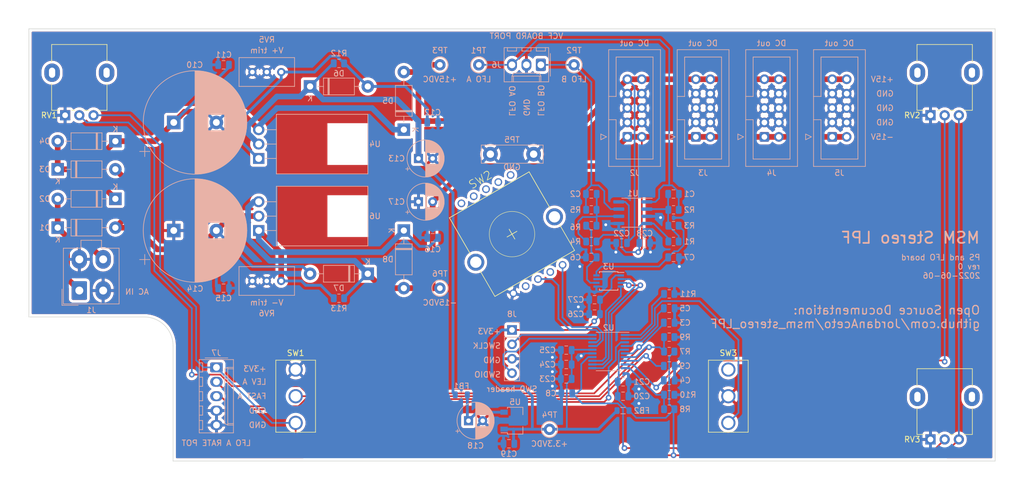
<source format=kicad_pcb>
(kicad_pcb (version 20221018) (generator pcbnew)
  (title_block (title "MSS Stereo LPF PS and LFO board") (date "2022-06-16") (rev "0") (comment 1 "creativecommons.org/licences/by/4.0") (comment 2 "License: CC by 4.0") (comment 3 "Drawn by: Jordan Aceto"))
  (layers (0 "F.Cu" signal) (31 "B.Cu" signal) (34 "B.Paste" user) (35 "F.Paste" user) (36 "B.SilkS" user "B.Silkscreen") (37 "F.SilkS" user "F.Silkscreen") (38 "B.Mask" user) (39 "F.Mask" user) (44 "Edge.Cuts" user))
  (net 0 "")
  (net 1 "Net-(U1A--)")
  (net 2 "/LFO_A_FINAL")
  (net 3 "Net-(U1B--)")
  (net 4 "/LFO_B_FINAL")
  (net 5 "/digital_lfo/LFO_A_FREQ_CV")
  (net 6 "GND")
  (net 7 "/digital_lfo/LFO_B_FREQ_CV")
  (net 8 "Net-(U2-NRST)")
  (net 9 "/digital_lfo/LFO_B")
  (net 10 "/digital_lfo/LFO_A")
  (net 11 "/digital_lfo/LFO_B_LEVEL_CV")
  (net 12 "/digital_lfo/LFO_A_LEVEL_CV")
  (net 13 "Net-(D2-K)")
  (net 14 "Net-(D6-A)")
  (net 15 "+15V")
  (net 16 "Net-(D1-A)")
  (net 17 "Net-(D8-K)")
  (net 18 "-15V")
  (net 19 "Net-(U5-IN)")
  (net 20 "+3V3")
  (net 21 "+3.3VA")
  (net 22 "/power_supply/AC_VIN_1")
  (net 23 "/power_supply/AC_VIN_2")
  (net 24 "/digital_lfo/SYS_SWCLK")
  (net 25 "/digital_lfo/SYS_SWDIO")
  (net 26 "/digital_lfo/LFO_A_SHAPE_CV")
  (net 27 "/digital_lfo/LFO_B_SHAPE_CV")
  (net 28 "Net-(U2-BOOT0)")
  (net 29 "/digital_lfo/INVERT_B_SW")
  (net 30 "/digital_lfo/FAST_A_SW")
  (net 31 "/digital_lfo/SPI1_SCK")
  (net 32 "/digital_lfo/SPI1_DAC_CS")
  (net 33 "/digital_lfo/SPI1_MOSI")
  (net 34 "/digital_lfo/SWEEP_MODE_SW_1")
  (net 35 "/digital_lfo/SWEEP_MODE_SW_2")
  (footprint "custom_footprints:SR1712F_rotary_switch" (layer "F.Cu") (at 148.59 94.615 -150)
    (fp_text reference "SW2")
    (fp_text value "SR1712F-0203" hide)
  )
  (footprint "custom_footprints:SPDT_mini_toggle" (layer "F.Cu") (at 186.69 123.19)
    (fp_text reference "SW3")
    (fp_text value "SW_SPDT")
  )
  (footprint "Potentiometer_THT:Potentiometer_Alpha_RD901F-40-00D_Single_Vertical" (layer "F.Cu") (at 222.29 130.81 90)
    (fp_text reference "RV3")
    (fp_text value "10k")
  )
  (footprint "custom_footprints:SPDT_mini_toggle" (layer "F.Cu") (at 110.49 123.19)
    (fp_text reference "SW1")
    (fp_text value "SW_SPDT_center_off")
  )
  (footprint "Potentiometer_THT:Potentiometer_Alpha_RD901F-40-00D_Single_Vertical" (layer "F.Cu") (at 222.29 73.66 90)
    (fp_text reference "RV2")
    (fp_text value "10k")
  )
  (footprint "Potentiometer_THT:Potentiometer_Alpha_RD901F-40-00D_Single_Vertical" (layer "F.Cu") (at 69.89 73.66 90)
    (fp_text reference "RV1")
    (fp_text value "10k")
  )
  (footprint "Diode_THT:D_DO-41_SOD81_P10.16mm_Horizontal" (layer "B.Cu") (at 78.74 78.232 180)
    (fp_text reference "D4")
    (fp_text value "1N4002")
  )
  (footprint "Capacitor_SMD:C_0805_2012Metric" (layer "B.Cu") (at 163.1365 106.172 180)
    (fp_text reference "C27")
    (fp_text value "100n")
  )
  (footprint "Capacitor_SMD:C_0805_2012Metric" (layer "B.Cu") (at 158.148 120.142 180)
    (fp_text reference "C23")
    (fp_text value "10u")
  )
  (footprint "Diode_THT:D_DO-41_SOD81_P10.16mm_Horizontal" (layer "B.Cu") (at 78.74 88.392 180)
    (fp_text reference "D2")
    (fp_text value "1N4002")
  )
  (footprint "Resistor_SMD:R_0805_2012Metric" (layer "B.Cu") (at 177.038 95.918)
    (fp_text reference "R1")
    (fp_text value "100k")
  )
  (footprint "Capacitor_THT:CP_Radial_D6.3mm_P2.50mm" (layer "B.Cu") (at 132.12 88.9)
    (fp_text reference "C17")
    (fp_text value "10u")
  )
  (footprint "Connector_IDC:IDC-Header_2x05_P2.54mm_Vertical" (layer "B.Cu") (at 204.9875 77.47)
    (fp_text reference "J5")
    (fp_text value "power_out")
  )
  (footprint "Diode_THT:D_DO-41_SOD81_P10.16mm_Horizontal" (layer "B.Cu") (at 68.58 93.472)
    (fp_text reference "D1")
    (fp_text value "1N4002")
  )
  (footprint "Resistor_SMD:R_0805_2012Metric" (layer "B.Cu") (at 162.56 90.33 180)
    (fp_text reference "R5")
    (fp_text value "33k")
  )
  (footprint "Capacitor_SMD:C_0805_2012Metric" (layer "B.Cu") (at 176.276 110.236)
    (fp_text reference "C3")
    (fp_text value "100n")
  )
  (footprint "Capacitor_SMD:C_0805_2012Metric" (layer "B.Cu") (at 97.79 64.77 180)
    (fp_text reference "C11")
    (fp_text value "100n")
  )
  (footprint "Capacitor_SMD:C_0805_2012Metric" (layer "B.Cu") (at 97.79 104.14 180)
    (fp_text reference "C15")
    (fp_text value "100n")
  )
  (footprint "Inductor_SMD:L_0805_2012Metric" (layer "B.Cu") (at 168.148 125.73)
    (fp_text reference "FB2")
    (fp_text value "100R @ 100MHz")
  )
  (footprint "Capacitor_SMD:C_0805_2012Metric" (layer "B.Cu") (at 167.894 96.172 180)
    (fp_text reference "C22")
    (fp_text value "100n")
  )
  (footprint "TestPoint:TestPoint_Keystone_5000-5004_Miniature" (layer "B.Cu") (at 135.89 64.77)
    (fp_text reference "TP3")
    (fp_text value "V+")
  )
  (footprint "Capacitor_SMD:C_0805_2012Metric" (layer "B.Cu") (at 134.62 95.25)
    (fp_text reference "C16")
    (fp_text value "100n")
  )
  (footprint "Capacitor_SMD:C_0805_2012Metric" (layer "B.Cu") (at 158.148 117.602 180)
    (fp_text reference "C24")
    (fp_text value "100n")
  )
  (footprint "Connector_IDC:IDC-Header_2x05_P2.54mm_Vertical" (layer "B.Cu") (at 180.975 77.47)
    (fp_text reference "J3")
    (fp_text value "power_out")
  )
  (footprint "Capacitor_SMD:C_0805_2012Metric" (layer "B.Cu") (at 168.148 123.19)
    (fp_text reference "C20")
    (fp_text value "1u")
  )
  (footprint "Capacitor_SMD:C_0805_2012Metric" (layer "B.Cu") (at 158.242 122.682 180)
    (fp_text reference "C8")
    (fp_text value "100n")
  )
  (footprint "Package_TO_SOT_THT:TO-220F-3_Horizontal_TabDown" (layer "B.Cu") (at 103.98 81.28 90)
    (fp_text reference "U4")
    (fp_text value "LM317_TO-220")
  )
  (footprint "TestPoint:TestPoint_Keystone_5000-5004_Miniature" (layer "B.Cu") (at 159.512 64.77)
    (fp_text reference "TP2")
    (fp_text value "LFO_B")
  )
  (footprint "Resistor_SMD:R_0805_2012Metric" (layer "B.Cu") (at 118.11 64.516)
    (fp_text reference "R12")
    (fp_text value "240")
  )
  (footprint "Diode_THT:D_DO-41_SOD81_P10.16mm_Horizontal" (layer "B.Cu") (at 68.58 83.185)
    (fp_text reference "D3")
    (fp_text value "1N4002")
  )
  (footprint "Capacitor_SMD:C_0805_2012Metric" (layer "B.Cu") (at 158.148 115.062 180)
    (fp_text reference "C25")
    (fp_text value "100n")
  )
  (footprint "Capacitor_SMD:C_0805_2012Metric" (layer "B.Cu") (at 134.62 74.93)
    (fp_text reference "C12")
    (fp_text value "100n")
  )
  (footprint "Capacitor_SMD:C_0805_2012Metric" (layer "B.Cu") (at 176.276 117.856)
    (fp_text reference "C9")
    (fp_text value "100n")
  )
  (footprint "Capacitor_SMD:C_0805_2012Metric" (layer "B.Cu") (at 176.276 107.696)
    (fp_text reference "C5")
    (fp_text value "100n")
  )
  (footprint "Resistor_SMD:R_0805_2012Metric" (layer "B.Cu") (at 176.276 115.316 180)
    (fp_text reference "R7")
    (fp_text value "10k")
  )
  (footprint "Resistor_SMD:R_0805_2012Metric" (layer "B.Cu") (at 177.038 93.124 180)
    (fp_text reference "R3")
    (fp_text value "6k8")
  )
  (footprint "Package_SO:TSSOP-20_4.4x6.5mm_P0.65mm" (layer "B.Cu") (at 165.608 115.316 180)
    (fp_text reference "U2")
    (fp_text value "STM32L031F4Px")
  )
  (footprint "Capacitor_THT:CP_Radial_D6.3mm_P2.50mm" (layer "B.Cu") (at 140.9315 127.508)
    (fp_text reference "C18")
    (fp_text value "2u2")
  )
  (footprint "Package_SO:SOIC-8_3.9x4.9mm_P1.27mm" (layer "B.Cu") (at 169.865 90.838 180)
    (fp_text reference "U1")
    (fp_text value "TL072")
  )
  (footprint "Package_TO_SOT_THT:TO-220F-3_Horizontal_TabDown" (layer "B.Cu") (at 103.98 93.98 90)
    (fp_text reference "U6")
    (fp_text value "LM337_TO220")
  )
  (footprint "Capacitor_SMD:C_0805_2012Metric" (layer "B.Cu") (at 168.148 120.65)
    (fp_text reference "C21")
    (fp_text value "100n")
  )
  (footprint "Connector_IDC:IDC-Header_2x05_P2.54mm_Vertical" (layer "B.Cu") (at 168.91 77.47)
    (fp_text reference "J2")
    (fp_text value "power_out")
  )
  (footprint "Connector_PinHeader_2.54mm:PinHeader_1x04_P2.54mm_Vertical" (layer "B.Cu") (at 148.59 111.506 180)
    (fp_text reference "J8")
    (fp_text value "swd_header")
  )
  (footprint "Diode_THT:D_DO-41_SOD81_P10.16mm_Horizontal" (layer "B.Cu") (at 113.03 68.58)
    (fp_text reference "D6")
    (fp_text value "1N4002")
  )
  (footprint "TestPoint:TestPoint_Keystone_5000-5004_Miniature" (layer "B.Cu") (at 135.89 104.14)
    (fp_text reference "TP6")
    (fp_text value "V-")
  )
  (footprint "Capacitor_SMD:C_0805_2012Metric" (layer "B.Cu") (at 162.56 98.712 180)
    (fp_text reference "C6")
    (fp_text value "1u")
  )
  (footprint "Capacitor_THT:CP_Radial_D18.0mm_P7.50mm" (layer "B.Cu") (at 89.02 74.93)
    (fp_text reference "C10")
    (fp_text value "3300u")
  )
  (footprint "Inductor_SMD:L_0805_2012Metric" (layer "B.Cu") (at 139.6615 122.936)
    (fp_text reference "FB1")
    (fp_text value "100R @ 100MHz")
  )
  (footprint "Resistor_SMD:R_0805_2012Metric" (layer "B.Cu") (at 176.276 122.936)
    (fp_text reference "R10")
    (fp_text value "10k")
  )
  (footprint "Resistor_SMD:R_0805_2012Metric" (layer "B.Cu") (at 162.56 95.918 180)
    (fp_text reference "R4")
    (fp_text value "100k")
  )
  (footprint "TestPoint:TestPoint_Keystone_5000-5004_Miniature" (layer "B.Cu") (at 155.194 129.032)
    (fp_text reference "TP4")
    (fp_text value "3v3")
  )
  (footprint "Capacitor_THT:CP_Radial_D6.3mm_P2.50mm" (layer "B.Cu") (at 132.12 81.28)
    (fp_text reference "C13")
    (fp_text value "10u")
  )
  (footprint "Resistor_SMD:R_0805_2012Metric" (layer "B.Cu") (at 177.038 90.33)
    (fp_text reference "R2")
    (fp_text value "33k")
  )
  (footprint "Resistor_SMD:R_0805_2012Metric" (layer "B.Cu") (at 176.276 112.776)
    (fp_text reference "R9")
    (fp_text value "15k")
  )
  (footprint "Diode_THT:D_DO-41_SOD81_P10.16mm_Horizontal" (layer "B.Cu") (at 129.54 93.98 -90)
    (fp_text reference "D8")
    (fp_text value "1N4002")
  )
  (footprint "Diode_THT:D_DO-41_SOD81_P10.16mm_Horizontal" (layer "B.Cu") (at 129.54 76.2 90)
    (fp_text reference "D5")
    (fp_text value "1N4002")
  )
  (footprint "Resistor_SMD:R_0805_2012Metric" (layer "B.Cu") (at 176.276 125.476 180)
    (fp_text reference "R8")
    (fp_text value "DNF")
  )
  (footprint "Resistor_SMD:R_0805_2012Metric" (layer "B.Cu") (at 118.11 105.918)
    (fp_text reference "R13")
    (fp_text value "240")
  )
  (footprint "Connector_Molex:Molex_Mini-Fit_Jr_5566-04A_2x02_P4.20mm_Vertical" (layer "B.Cu") (at 72.39 104.56)
    (fp_text reference "J1")
    (fp_text value "AC_power_in")
  )
  (footprint "TestPoint:TestPoint_Bridge_Pitch7.62mm_Drill1.3mm" (layer "B.Cu") (at 144.78 80.518)
    (fp_text reference "TP5")
    (fp_text value "GND")
  )
  (footprint "Capacitor_SMD:C_0805_2012Metric" (layer "B.Cu") (at 148.0435 131.572 180)
    (fp_text reference "C19")
    (fp_text value "100n")
  )
  (footprint "Resistor_SMD:R_0805_2012Metric" (layer "B.Cu") (at 162.56 93.124)
    (fp_text reference "R6")
    (fp_text value "6k8")
  )
  (footprint "TestPoint:TestPoint_Keystone_5000-5004_Miniature" (layer "B.Cu") (at 142.748 64.77)
    (fp_text reference "TP1")
    (fp_text value "LFO_A")
  )
  (footprint "Capacitor_SMD:C_0805_2012Metric" (layer "B.Cu") (at 177.038 87.536)
    (fp_text reference "C1")
    (fp_text value "470n")
  )
  (footprint "Capacitor_THT:CP_Radial_D18.0mm_P7.50mm" (layer "B.Cu") (at 89.02 93.98)
    (fp_text reference "C14")
    (fp_text value "3300u")
  )
  (footprint "Potentiometer_THT:Potentiometer_Bourns_3296W_Vertical" (layer "B.Cu") (at 107.95 66.04)
    (fp_text reference "RV5")
    (fp_text value "5k")
  )
  (footprint "Potentiometer_THT:Potentiometer_Bourns_3296W_Vertical" (layer "B.Cu") (at 102.86 102.87 180)
    (fp_text reference "RV6")
    (fp_text value "5k")
  )
  (footprint "Resistor_SMD:R_0805_2012Metric" (layer "B.Cu") (at 176.276 105.156)
    (fp_text reference "R11")
    (fp_text value "10k")
  )
  (footprint "Capacitor_SMD:C_0805_2012Metric" (layer "B.Cu") (at 171.958 96.172 180)
    (fp_text reference "C28")
    (fp_text value "100n")
  )
  (footprint "Capacitor_SMD:C_0805_2012Metric" (layer "B.Cu") (at 176.276 120.396)
    (fp_text reference "C4")
    (fp_text value "100n")
  )
  (footprint "Connector_IDC:IDC-Header_2x05_P2.54mm_Vertical" (layer "B.Cu") (at 193.04 77.47)
    (fp_text reference "J4")
    (fp_text value "power_out")
  )
  (footprint "Connector_Molex:Molex_KK-254_AE-6410-05A_1x05_P2.54mm_Vertical" (layer "B.Cu") (at 96.54 118.11 -90)
    (fp_text reference "J7")
    (fp_text value "rate_pot")
  )
  (footprint "Capacitor_SMD:C_0805_2012Metric" (layer "B.Cu") (at 163.1365 108.712 180)
    (fp_text reference "C26")
    (fp_text value "10u")
  )
  (footprint "Diode_THT:D_DO-41_SOD81_P10.16mm_Horizontal" (layer "B.Cu") (at 123.19 101.6 180)
    (fp_text reference "D7")
    (fp_text value "1N4002")
  )
  (footprint "Package_TO_SOT_SMD:SOT-89-3" (layer "B.Cu") (at 148.844 127.508)
    (fp_text reference "U5")
    (fp_text value "L78L33_SOT89")
  )
  (footprint "Capacitor_SMD:C_0805_2012Metric" (layer "B.Cu") (at 162.56 87.536 180)
    (fp_text reference "C2")
    (fp_text value "470n")
  )
  (footprint "Capacitor_SMD:C_0805_2012Metric" (layer "B.Cu") (at 177.038 98.712)
    (fp_text reference "C7")
    (fp_text value "1u")
  )
  (footprint "Connector_Molex:Molex_KK-254_AE-6410-03A_1x03_P2.54mm_Vertical" (layer "B.Cu") (at 153.67 64.77 180)
    (fp_text reference "J6")
    (fp_text value "filter_board_port")
  )
  (footprint "Package_SO:TSSOP-8_3x3mm_P0.65mm" (layer "B.Cu") (at 165.608 102.87 180)
    (fp_text reference "U3")
    (fp_text value "MCP4822")
  )
  (gr_line (start 233.68 134.62) (end 88.9 134.62) (stroke (width 0.1)) (layer "Edge.Cuts"))
  (gr_line (start 63.5 58.42) (end 233.68 58.42) (stroke (width 0.1)) (layer "Edge.Cuts"))
  (gr_line (start 63.5 109.22) (end 63.5 58.42) (stroke (width 0.1)) (layer "Edge.Cuts"))
  (gr_line (start 83.82 109.22) (end 63.5 109.22) (stroke (width 0.1)) (layer "Edge.Cuts"))
  (gr_line (start 88.9 134.62) (end 88.9 114.3) (stroke (width 0.1)) (layer "Edge.Cuts"))
  (gr_arc (start 83.82 109.22) (mid 87.412102 110.707898) (end 88.9 114.3) (stroke (width 0.1)) (layer "Edge.Cuts"))
  (gr_line (start 233.68 58.42) (end 233.68 134.62) (stroke (width 0.1)) (layer "Edge.Cuts"))
  (gr_text "SWCLK" (at 146.685 114.3) (layer "B.SilkS") (effects (font (size 1 1)) (justify left mirror)))
  (gr_text "LFO A RATE POT" (at 96.52 131.445) (layer "B.SilkS") (effects (font (size 1 1)) (justify mirror)))
  (gr_text "DC out" (at 206.2575 60.96) (layer "B.SilkS") (effects (font (size 1 1)) (justify mirror)))
  (gr_text "GND" (at 146.685 116.84) (layer "B.SilkS") (effects (font (size 1 1)) (justify left mirror)))
  (gr_text "DC out" (at 182.245 60.96) (layer "B.SilkS") (effects (font (size 1 1)) (justify mirror)))
  (gr_text "-15VDC" (at 135.89 106.68) (layer "B.SilkS") (effects (font (size 1 1)) (justify mirror)))
  (gr_text "GND" (at 215.9 69.85) (layer "B.SilkS") (effects (font (size 1 1)) (justify left mirror)))
  (gr_text "LFO A" (at 142.748 67.31) (layer "B.SilkS") (effects (font (size 1 1)) (justify mirror)))
  (gr_text "LFO B" (at 159.512 67.31) (layer "B.SilkS") (effects (font (size 1 1)) (justify mirror)))
  (gr_text "PS and LFO board\nrev 0\n2022-06-06" (at 231.14 100.33) (layer "B.SilkS") (effects (font (size 1 1)) (justify left mirror)))
  (gr_text "GND" (at 105.41 125.73) (layer "B.SilkS") (effects (font (size 1 1)) (justify left mirror)))
  (gr_text "V+ trim" (at 105.41 62.23) (layer "B.SilkS") (effects (font (size 1 1)) (justify mirror)))
  (gr_text "GND" (at 148.59 82.804) (layer "B.SilkS") (effects (font (size 1 1)) (justify mirror)))
  (gr_text "LFO AO" (at 148.59 73.914 270) (layer "B.SilkS") (effects (font (size 1 1)) (justify left mirror)))
  (gr_text "Open Source Documentation:\ngithub.com/JordanAceto/msm_stereo_LPF" (at 231.14 109.22) (layer "B.SilkS") (effects (font (size 1.5 1.5) (thickness 0.2)) (justify left mirror)))
  (gr_text "DC out" (at 170.18 60.96) (layer "B.SilkS") (effects (font (size 1 1)) (justify mirror)))
  (gr_text "GND" (at 151.13 73.914 270) (layer "B.SilkS") (effects (font (size 1 1)) (justify left mirror)))
  (gr_text "MSM Stereo LPF" (at 231.14 95.25) (layer "B.SilkS") (effects (font (size 2 2) (thickness 0.3)) (justify left mirror)))
  (gr_text "+3V3" (at 146.685 111.76) (layer "B.SilkS") (effects (font (size 1 1)) (justify left mirror)))
  (gr_text "+15VDC" (at 135.89 67.31) (layer "B.SilkS") (effects (font (size 1 1)) (justify mirror)))
  (gr_text "SWD header" (at 148.59 121.92) (layer "B.SilkS") (effects (font (size 1 1)) (justify mirror)))
  (gr_text "DC out" (at 194.31 60.96) (layer "B.SilkS") (effects (font (size 1 1)) (justify mirror)))
  (gr_text "AC IN" (at 82.55 104.775) (layer "B.SilkS") (effects (font (size 1 1)) (justify mirror)))
  (gr_text "GND" (at 215.9 72.39) (layer "B.SilkS") (effects (font (size 1 1)) (justify left mirror)))
  (gr_text "LFO BO" (at 153.67 73.914 270) (layer "B.SilkS") (effects (font (size 1 1)) (justify left mirror)))
  (gr_text "SWDIO" (at 146.685 119.38) (layer "B.SilkS") (effects (font (size 1 1)) (justify left mirror)))
  (gr_text "FAST A" (at 105.41 123.19) (layer "B.SilkS") (effects (font (size 1 1)) (justify left mirror)))
  (gr_text "VCF BOARD PORT" (at 151.13 59.69) (layer "B.SilkS") (effects (font (size 1 1)) (justify mirror)))
  (gr_text "GND" (at 105.41 128.27) (layer "B.SilkS") (effects (font (size 1 1)) (justify left mirror)))
  (gr_text "V- trim" (at 105.4 106.68) (layer "B.SilkS") (effects (font (size 1 1)) (justify mirror)))
  (gr_text "+3V3" (at 105.41 118.36) (layer "B.SilkS") (effects (font (size 1 1)) (justify left mirror)))
  (gr_text "GND" (at 215.9 74.93) (layer "B.SilkS") (effects (font (size 1 1)) (justify left mirror)))
  (gr_text "LEV A" (at 105.41 120.65) (layer "B.SilkS") (effects (font (size 1 1)) (justify left mirror)))
  (gr_text "-15V" (at 215.9 77.47) (layer "B.SilkS") (effects (font (size 1 1)) (justify left mirror)))
  (gr_text "+3.3VDC" (at 155.194 131.572) (layer "B.SilkS") (effects (font (size 1 1)) (justify mirror)))
  (gr_text "+15V" (at 215.9 67.31) (layer "B.SilkS") (effects (font (size 1 1)) (justify left mirror)))
  (segment (start 176.088 93.0865) (end 176.1255 93.124) (width 0.3) (layer "B.Cu") (net 1))
  (segment (start 177.9505 95.918) (end 177.9505 94.949) (width 0.3) (layer "B.Cu") (net 1))
  (segment (start 177.9505 94.949) (end 176.1255 93.124) (width 0.3) (layer "B.Cu") (net 1))
  (segment (start 172.34 90.203) (end 175.9985 90.203) (width 0.3) (layer "B.Cu") (net 1))
  (segment (start 175.9985 90.203) (end 176.1255 90.33) (width 0.3) (layer "B.Cu") (net 1))
  (segment (start 176.088 87.536) (end 176.088 93.0865) (width 0.3) (layer "B.Cu") (net 1))
  (segment (start 177.9505 87.5735) (end 177.988 87.536) (width 0.3) (layer "B.Cu") (net 2))
  (segment (start 177.988 87.536) (end 177.988 87.216) (width 0.3) (layer "B.Cu") (net 2))
  (segment (start 176.243 86.012) (end 176.784 86.012) (width 0.3) (layer "B.Cu") (net 2))
  (segment (start 175.26 86.012) (end 174.498 86.774) (width 0.3) (layer "B.Cu") (net 2))
  (segment (start 175.26 86.012) (end 176.243 86.012) (width 0.3) (layer "B.Cu") (net 2))
  (segment (start 174.498 88.298) (end 173.863 88.933) (width 0.3) (layer "B.Cu") (net 2))
  (segment (start 176.243 86.012) (end 176.276 85.979) (width 0.3) (layer "B.Cu") (net 2))
  (segment (start 177.988 87.216) (end 176.784 86.012) (width 0.3) (layer "B.Cu") (net 2))
  (segment (start 177.9505 90.33) (end 177.9505 87.5735) (width 0.3) (layer "B.Cu") (net 2))
  (segment (start 153.035 60.325) (end 148.59 64.77) (width 0.3) (layer "B.Cu") (net 2))
  (segment (start 148.59 64.77) (end 142.748 64.77) (width 0.3) (layer "B.Cu") (net 2))
  (segment (start 174.498 86.774) (end 174.498 88.298) (width 0.3) (layer "B.Cu") (net 2))
  (segment (start 176.276 61.976) (end 174.625 60.325) (width 0.3) (layer "B.Cu") (net 2))
  (segment (start 174.625 60.325) (end 153.035 60.325) (width 0.3) (layer "B.Cu") (net 2))
  (segment (start 173.863 88.933) (end 172.34 88.933) (width 0.3) (layer "B.Cu") (net 2))
  (segment (start 176.276 85.979) (end 176.276 61.976) (width 0.3) (layer "B.Cu") (net 2))
  (segment (start 163.571 91.473) (end 163.51 91.534) (width 0.3) (layer "B.Cu") (net 3))
  (segment (start 160.274 94.5445) (end 161.6475 95.918) (width 0.3) (layer "B.Cu") (net 3))
  (segment (start 167.39 91.473) (end 163.571 91.473) (width 0.3) (layer "B.Cu") (net 3))
  (segment (start 163.444 91.6) (end 161.036 91.6) (width 0.3) (layer "B.Cu") (net 3))
  (segment (start 163.571 91.473) (end 163.444 91.6) (width 0.3) (layer "B.Cu") (net 3))
  (segment (start 161.036 91.6) (end 160.274 92.362) (width 0.3) (layer "B.Cu") (net 3))
  (segment (start 163.51 93.0865) (end 163.4725 93.124) (width 0.3) (layer "B.Cu") (net 3))
  (segment (start 163.51 87.536) (end 163.51 91.534) (width 0.3) (layer "B.Cu") (net 3))
  (segment (start 160.274 92.362) (end 160.274 94.5445) (width 0.3) (layer "B.Cu") (net 3))
  (segment (start 163.51 91.534) (end 163.51 93.0865) (width 0.3) (layer "B.Cu") (net 3))
  (segment (start 161.61 90.2925) (end 161.6475 90.33) (width 0.3) (layer "B.Cu") (net 4))
  (segment (start 162.56 67.818) (end 159.512 64.77) (width 0.3) (layer "B.Cu") (net 4))
  (segment (start 162.56 86.012) (end 162.56 67.818) (width 0.3) (layer "B.Cu") (net 4))
  (segment (start 159.512 64.77) (end 153.67 64.77) (width 0.3) (layer "B.Cu") (net 4))
  (segment (start 161.61 86.962) (end 161.61 87.536) (width 0.3) (layer "B.Cu") (net 4))
  (segment (start 164.846 89.06) (end 164.846 87.028) (width 0.3) (layer "B.Cu") (net 4))
  (segment (start 165.989 90.203) (end 164.846 89.06) (width 0.3) (layer "B.Cu") (net 4))
  (segment (start 164.846 87.028) (end 163.83 86.012) (width 0.3) (layer "B.Cu") (net 4))
  (segment (start 162.56 86.012) (end 161.61 86.962) (width 0.3) (layer "B.Cu") (net 4))
  (segment (start 161.61 87.536) (end 161.61 90.2925) (width 0.3) (layer "B.Cu") (net 4))
  (segment (start 167.39 90.203) (end 165.989 90.203) (width 0.3) (layer "B.Cu") (net 4))
  (segment (start 162.56 86.012) (end 163.83 86.012) (width 0.3) (layer "B.Cu") (net 4))
  (segment (start 111.252 121.412) (end 112.530489 122.690489) (width 0.3) (layer "F.Cu") (net 5))
  (segment (start 170.978018 114.771982) (end 170.978018 114.531021) (width 0.3) (layer "F.Cu") (net 5))
  (segment (start 163.059511 122.690489) (end 170.978018 114.771982) (width 0.3) (layer "F.Cu") (net 5))
  (segment (start 112.530489 122.690489) (end 163.059511 122.690489) (width 0.3) (layer "F.Cu") (net 5))
  (segment (start 97.219661 119.38) (end 99.251661 121.412) (width 0.3) (layer "F.Cu") (net 5))
  (segment (start 99.251661 121.412) (end 111.252 121.412) (width 0.3) (layer "F.Cu") (net 5))
  (segment (start 92.202 119.38) (end 97.219661 119.38) (width 0.3) (layer "F.Cu") (net 5))
  (via (at 170.978018 114.531021) (size 1) (drill 0.5) (layers "F.Cu" "B.Cu") (net 5))
  (via (at 92.202 119.38) (size 1) (drill 0.5) (layers "F.Cu" "B.Cu") (net 5))
  (segment (start 175.326 110.236) (end 175.326 110.424) (width 0.3) (layer "B.Cu") (net 5))
  (segment (start 72.39 73.66) (end 73.66 74.93) (width 0.3) (layer "B.Cu") (net 5))
  (segment (start 168.4705 115.641) (end 169.868039 115.641) (width 0.3) (layer "B.Cu") (net 5))
  (segment (start 175.326 110.424) (end 171.218979 114.531021) (width 0.3) (layer "B.Cu") (net 5))
  (segment (start 85.598 79.502) (end 85.598 101.092) (width 0.3) (layer "B.Cu") (net 5))
  (segment (start 73.66 74.93) (end 81.026 74.93) (width 0.3) (layer "B.Cu") (net 5))
  (segment (start 171.218979 114.531021) (end 170.978018 114.531021) (width 0.3) (layer "B.Cu") (net 5))
  (segment (start 81.026 74.93) (end 85.598 79.502) (width 0.3) (layer "B.Cu") (net 5))
  (segment (start 85.598 101.092) (end 92.202 107.696) (width 0.3) (layer "B.Cu") (net 5))
  (segment (start 92.202 107.696) (end 92.202 119.38) (width 0.3) (layer "B.Cu") (net 5))
  (segment (start 169.868039 115.641) (end 170.978018 114.531021) (width 0.3) (layer "B.Cu") (net 5))
  (via (at 165.1 92.964) (size 1) (drill 0.5) (layers "F.Cu" "B.Cu") (net 6))
  (via (at 170.942 124.46) (size 1) (drill 0.5) (layers "F.Cu" "B.Cu") (net 6))
  (via (at 155.702 118.872) (size 1) (drill 0.5) (layers "F.Cu" "B.Cu") (net 6))
  (via (at 174.752 91.694) (size 1) (drill 0.5) (layers "F.Cu" "B.Cu") (net 6))
  (via (at 172.974 97.79) (size 1) (drill 0.5) (layers "F.Cu" "B.Cu") (net 6))
  (via (at 160.528 100.33) (size 1) (drill 0.5) (layers "F.Cu" "B.Cu") (net 6))
  (via (at 160.782 116.078) (size 1) (drill 0.5) (layers "F.Cu" "B.Cu") (net 6))
  (via (at 160.274 107.442) (size 1) (drill 0.5) (layers "F.Cu" "B.Cu") (net 6))
  (via (at 166.878 97.79) (size 1) (drill 0.5) (layers "F.Cu" "B.Cu") (net 6))
  (via (at 155.702 116.332) (size 1) (drill 0.5) (layers "F.Cu" "B.Cu") (net 6))
  (via (at 155.702 121.412) (size 1) (drill 0.5) (layers "F.Cu" "B.Cu") (net 6))
  (via (at 170.942 121.92) (size 1) (drill 0.5) (layers "F.Cu" "B.Cu") (net 6))
  (via (at 178.054 100.33) (size 1) (drill 0.5) (layers "F.Cu" "B.Cu") (net 6))
  (segment (start 164.887 103.845) (end 165.1 103.632) (width 0.3) (layer "B.Cu") (net 6))
  (segment (start 165.1 103.632) (end 165.1 102.87) (width 0.3) (layer "B.Cu") (net 6))
  (segment (start 166.944 97.724) (end 166.878 97.79) (width 0.3) (layer "B.Cu") (net 6))
  (segment (start 147.194 131.4715) (end 147.0935 131.572) (width 0.5) (layer "B.Cu") (net 6))
  (segment (start 172.908 97.724) (end 172.974 97.79) (width 0.3) (layer "B.Cu") (net 6))
  (segment (start 164.775 102.545) (end 163.458 102.545) (width 0.3) (layer "B.Cu") (net 6))
  (segment (start 163.458 103.845) (end 164.887 103.845) (width 0.3) (layer "B.Cu") (net 6))
  (segment (start 166.944 96.172) (end 166.944 97.724) (width 0.3) (layer "B.Cu") (net 6))
  (segment (start 161.219 115.641) (end 160.782 116.078) (width 0.3) (layer "B.Cu") (net 6))
  (segment (start 172.908 96.172) (end 172.908 97.724) (width 0.3) (layer "B.Cu") (net 6))
  (segment (start 162.7455 115.641) (end 161.219 115.641) (width 0.3) (layer "B.Cu") (net 6))
  (segment (start 172.34 91.473) (end 174.531 91.473) (width 0.3) (layer "B.Cu") (net 6))
  (segment (start 165.1 102.87) (end 164.775 102.545) (width 0.3) (layer "B.Cu") (net 6))
  (segment (start 165.321 92.743) (end 165.1 92.964) (width 0.3) (layer "B.Cu") (net 6))
  (segment (start 167.39 92.743) (end 165.321 92.743) (width 0.3) (layer "B.Cu") (net 6))
  (segment (start 174.531 91.473) (end 174.752 91.694) (width 0.3) (layer "B.Cu") (net 6))
  (segment (start 224.586489 116.890489) (end 178.765511 116.890489) (width 0.3) (layer "F.Cu") (net 7))
  (segment (start 224.79 117.094) (end 224.586489 116.890489) (width 0.3) (layer "F.Cu") (net 7))
  (segment (start 178.765511 116.890489) (end 173.99 121.666) (width 0.3) (layer "F.Cu") (net 7))
  (via (at 224.79 117.094) (size 1) (drill 0.5) (layers "F.Cu" "B.Cu") (net 7))
  (via (at 173.99 121.666) (size 1) (drill 0.5) (layers "F.Cu" "B.Cu") (net 7))
  (segment (start 175.326 120.396) (end 175.26 120.396) (width 0.3) (layer "B.Cu") (net 7))
  (segment (start 168.4705 117.591) (end 169.915 117.591) (width 0.3) (layer "B.Cu") (net 7))
  (segment (start 169.915 117.591) (end 173.99 121.666) (width 0.3) (layer "B.Cu") (net 7))
  (segment (start 224.79 73.66) (end 224.79 117.094) (width 0.3) (layer "B.Cu") (net 7))
  (segment (start 175.26 120.396) (end 173.99 121.666) (width 0.3) (layer "B.Cu") (net 7))
  (segment (start 171.505584 113.538) (end 174.244 110.799584) (width 0.3) (layer "B.Cu") (net 8))
  (segment (start 174.244 108.778) (end 175.326 107.696) (width 0.3) (layer "B.Cu") (net 8))
  (segment (start 174.244 110.799584) (end 174.244 108.778) (width 0.3) (layer "B.Cu") (net 8))
  (segment (start 169.631 114.341) (end 170.434 113.538) (width 0.3) (layer "B.Cu") (net 8))
  (segment (start 168.4705 114.341) (end 169.631 114.341) (width 0.3) (layer "B.Cu") (net 8))
  (segment (start 170.434 113.538) (end 171.505584 113.538) (width 0.3) (layer "B.Cu") (net 8))
  (segment (start 161.798 100.424) (end 163.51 98.712) (width 0.3) (layer "B.Cu") (net 9))
  (segment (start 161.798 102.616) (end 161.798 100.424) (width 0.3) (layer "B.Cu") (net 9))
  (segment (start 162.56 94.0365) (end 161.6475 93.124) (width 0.3) (layer "B.Cu") (net 9))
  (segment (start 162.56 97.762) (end 162.56 94.0365) (width 0.3) (layer "B.Cu") (net 9))
  (segment (start 163.51 98.712) (end 162.56 97.762) (width 0.3) (layer "B.Cu") (net 9))
  (segment (start 163.458 103.195) (end 162.377 103.195) (width 0.3) (layer "B.Cu") (net 9))
  (segment (start 162.377 103.195) (end 161.798 102.616) (width 0.3) (layer "B.Cu") (net 9))
  (segment (start 177.9505 93.124) (end 178.81252 93.98602) (width 0.3) (layer "B.Cu") (net 10))
  (segment (start 176.088 98.712) (end 174.47 100.33) (width 0.3) (layer "B.Cu") (net 10))
  (segment (start 177.791369 97.63748) (end 177.16252 97.63748) (width 0.3) (layer "B.Cu") (net 10))
  (segment (start 177.16252 97.63748) (end 176.088 98.712) (width 0.3) (layer "B.Cu") (net 10))
  (segment (start 164.338 100.33) (end 163.458 101.21) (width 0.3) (layer "B.Cu") (net 10))
  (segment (start 163.458 101.21) (end 163.458 101.895) (width 0.3) (layer "B.Cu") (net 10))
  (segment (start 174.47 100.33) (end 164.338 100.33) (width 0.3) (layer "B.Cu") (net 10))
  (segment (start 178.81252 96.616329) (end 177.791369 97.63748) (width 0.3) (layer "B.Cu") (net 10))
  (segment (start 178.81252 93.98602) (end 178.81252 96.616329) (width 0.3) (layer "B.Cu") (net 10))
  (segment (start 178.054 132.842) (end 177.546 132.334) (width 0.3) (layer "F.Cu") (net 11))
  (segment (start 177.546 132.334) (end 168.402 132.334) (width 0.3) (layer "F.Cu") (net 11))
  (segment (start 224.79 130.81) (end 222.758 132.842) (width 0.3) (layer "F.Cu") (net 11))
  (segment (start 178.054 132.842) (end 222.758 132.842) (width 0.3) (layer "F.Cu") (net 11))
  (via (at 168.402 132.334) (size 1) (drill 0.5) (layers "F.Cu" "B.Cu") (net 11))
  (segment (start 162.7455 116.291) (end 162.022283 116.291) (width 0.3) (layer "B.Cu") (net 11))
  (segment (start 159.192 122.682) (end 160.97 124.46) (width 0.3) (layer "B.Cu") (net 11))
  (segment (start 168.148 125.388845) (end 168.148 132.08) (width 0.3) (layer "B.Cu") (net 11))
  (segment (start 167.219155 124.46) (end 168.148 125.388845) (width 0.3) (layer "B.Cu") (net 11))
  (segment (start 160.782 117.531283) (end 160.782 121.92) (width 0.3) (layer "B.Cu") (net 11))
  (segment (start 168.148 132.08) (end 168.402 132.334) (width 0.3) (layer "B.Cu") (net 11))
  (segment (start 160.02 122.682) (end 159.192 122.682) (width 0.3) (layer "B.Cu") (net 11))
  (segment (start 162.022283 116.291) (end 160.782 117.531283) (width 0.3) (layer "B.Cu") (net 11))
  (segment (start 160.97 124.46) (end 167.219155 124.46) (width 0.3) (layer "B.Cu") (net 11))
  (segment (start 160.782 121.92) (end 160.02 122.682) (width 0.3) (layer "B.Cu") (net 11))
  (segment (start 112.244051 123.698) (end 164.152624 123.698) (width 0.3) (layer "F.Cu") (net 12))
  (segment (start 96.54 120.65) (end 100.858 124.968) (width 0.3) (layer "F.Cu") (net 12))
  (segment (start 100.858 124.968) (end 110.974051 124.968) (width 0.3) (layer "F.Cu") (net 12))
  (segment (start 171.772624 116.078) (end 172.212 116.078) (width 0.3) (layer "F.Cu") (net 12))
  (segment (start 164.152624 123.698) (end 171.772624 116.078) (width 0.3) (layer "F.Cu") (net 12))
  (segment (start 110.974051 124.968) (end 112.244051 123.698) (width 0.3) (layer "F.Cu") (net 12))
  (via (at 172.212 116.078) (size 1) (drill 0.5) (layers "F.Cu" "B.Cu") (net 12))
  (segment (start 173.99 117.856) (end 172.212 116.078) (width 0.3) (layer "B.Cu") (net 12))
  (segment (start 168.4705 116.941) (end 170.841 116.941) (width 0.3) (layer "B.Cu") (net 12))
  (segment (start 170.841 116.941) (end 171.704 116.078) (width 0.3) (layer "B.Cu") (net 12))
  (segment (start 171.704 116.078) (end 172.212 116.078) (width 0.3) (layer "B.Cu") (net 12))
  (segment (start 175.326 117.856) (end 173.99 117.856) (width 0.3) (layer "B.Cu") (net 12))
  (segment (start 78.74 88.392) (end 75.565 85.217) (width 1) (layer "F.Cu") (net 13))
  (segment (start 90.919511 73.030489) (end 100.810489 73.030489) (width 1) (layer "F.Cu") (net 13))
  (segment (start 75.565 85.217) (end 75.565 81.407) (width 1) (layer "F.Cu") (net 13))
  (segment (start 100.810489 73.030489) (end 103.98 76.2) (width 1) (layer "F.Cu") (net 13))
  (segment (start 85.718 78.232) (end 90.919511 73.030489) (width 1) (layer "F.Cu") (net 13))
  (segment (start 75.565 81.407) (end 78.74 78.232) (width 1) (layer "F.Cu") (net 13))
  (segment (start 78.74 78.232) (end 85.718 78.232) (width 1) (layer "F.Cu") (net 13))
  (segment (start 127.762 76.2) (end 129.54 76.2) (width 1) (layer "B.Cu") (net 13))
  (segment (start 107.188 72.39) (end 123.952 72.39) (width 1) (layer "B.Cu") (net 13))
  (segment (start 103.98 76.2) (end 103.98 75.598) (width 1) (layer "B.Cu") (net 13))
  (segment (start 103.98 75.598) (end 107.188 72.39) (width 1) (layer "B.Cu") (net 13))
  (segment (start 98.74 64.77) (end 98.74 65.184) (width 0.5) (layer "B.Cu") (net 13))
  (segment (start 98.74 65.184) (end 89.02 74.904) (width 0.5) (layer "B.Cu") (net 13))
  (segment (start 123.952 72.39) (end 127.762 76.2) (width 1) (layer "B.Cu") (net 13))
  (segment (start 116.586 63.246) (end 113.792 66.04) (width 0.5) (layer "B.Cu") (net 14))
  (segment (start 103.886 81.28) (end 103.98 81.28) (width 0.5) (layer "B.Cu") (net 14))
  (segment (start 133.67 74.93) (end 133.67 72.456) (width 0.5) (layer "B.Cu") (net 14))
  (segment (start 101.092 74.168) (end 101.092 78.486) (width 0.5) (layer "B.Cu") (net 14))
  (segment (start 107.95 67.31) (end 101.092 74.168) (width 0.5) (layer "B.Cu") (net 14))
  (segment (start 123.19 68.58) (end 119.126 64.516) (width 0.5) (layer "B.Cu") (net 14))
  (segment (start 119.0225 64.516) (end 117.7525 63.246) (width 0.5) (layer "B.Cu") (net 14))
  (segment (start 133.67 72.456) (end 129.794 68.58) (width 0.5) (layer "B.Cu") (net 14))
  (segment (start 101.092 78.486) (end 103.886 81.28) (width 0.5) (layer "B.Cu") (net 14))
  (segment (start 129.794 68.58) (end 123.19 68.58) (width 0.5) (layer "B.Cu") (net 14))
  (segment (start 117.7525 63.246) (end 116.586 63.246) (width 0.5) (layer "B.Cu") (net 14))
  (segment (start 113.792 66.04) (end 107.95 66.04) (width 0.5) (layer "B.Cu") (net 14))
  (segment (start 107.95 66.04) (end 107.95 67.31) (width 0.5) (layer "B.Cu") (net 14))
  (segment (start 119.126 64.516) (end 119.0225 64.516) (width 0.5) (layer "B.Cu") (net 14))
  (segment (start 132.12 66.08) (end 132.08 66.04) (width 1) (layer "F.Cu") (net 15))
  (segment (start 207.5275 67.31) (end 168.91 67.31) (width 1) (layer "F.Cu") (net 15))
  (segment (start 132.12 81.28) (end 132.12 66.08) (width 1) (layer "F.Cu") (net 15))
  (segment (start 132.334 74.676) (end 161.544 74.676) (width 1) (layer "F.Cu") (net 15))
  (segment (start 132.08 66.04) (end 129.54 66.04) (width 1) (layer "F.Cu") (net 15))
  (segment (start 132.08 66.04) (end 133.35 64.77) (width 1) (layer "F.Cu") (net 15))
  (segment (start 132.12 74.89) (end 132.334 74.676) (width 1) (layer "F.Cu") (net 15))
  (segment (start 133.35 64.77) (end 135.89 64.77) (width 1) (layer "F.Cu") (net 15))
  (segment (start 161.544 74.676) (end 168.91 67.31) (width 1) (layer "F.Cu") (net 15))
  (segment (start 132.12 81.28) (end 132.12 74.89) (width 1) (layer "F.Cu") (net 15))
  (segment (start 138.599 122.936) (end 138.2014 122.5384) (width 0.5) (layer "B.Cu") (net 15))
  (segment (start 132.12 74.716) (end 128.27 70.866) (width 1) (layer "B.Cu") (net 15))
  (segment (start 168.529 88.933) (end 167.39 88.933) (width 0.3) (layer "B.Cu") (net 15))
  (segment (start 102.108 76.868) (end 103.98 78.74) (width 1) (layer "B.Cu") (net 15))
  (segment (start 107.188 70.358) (end 102.108 75.438) (width 1) (layer "B.Cu") (net 15))
  (segment (start 132.12 81.28) (end 132.12 74.716) (width 1) (layer "B.Cu") (net 15))
  (segment (start 138.2014 122.5384) (end 138.2014 87.3614) (width 0.5) (layer "B.Cu") (net 15))
  (segment (start 169.164 95.852) (end 169.164 89.568) (width 0.3) (layer "B.Cu") (net 15))
  (segment (start 168.844 96.172) (end 170.18 94.836) (width 0.3) (layer "B.Cu") (net 15))
  (segment (start 117.1975 64.516) (end 117.094 64.516) (width 0.5) (layer "B.Cu") (net 15))
  (segment (start 170.18 68.58) (end 168.91 67.31) (width 0.3) (layer "B.Cu") (net 15))
  (segment (start 113.03 68.58) (end 111.252 70.358) (width 1) (layer "B.Cu") (net 15))
  (segment (start 111.252 70.358) (end 107.188 70.358) (width 1) (layer "B.Cu") (net 15))
  (segment (start 115.316 70.866) (end 113.03 68.58) (width 1) (layer "B.Cu") (net 15))
  (segment (start 168.844 96.172) (end 169.164 95.852) (width 0.3) (layer "B.Cu") (net 15))
  (segment (start 128.27 70.866) (end 115.316 70.866) (width 1) (layer "B.Cu") (net 15))
  (segment (start 138.2014 87.3614) (end 132.12 81.28) (width 0.5) (layer "B.Cu") (net 15))
  (segment (start 169.164 89.568) (end 168.529 88.933) (width 0.3) (layer "B.Cu") (net 15))
  (segment (start 170.18 94.836) (end 170.18 68.58) (width 0.3) (layer "B.Cu") (net 15))
  (segment (start 102.108 75.438) (end 102.108 76.868) (width 1) (layer "B.Cu") (net 15))
  (segment (start 117.094 64.516) (end 113.03 68.58) (width 0.5) (layer "B.Cu") (net 15))
  (segment (start 78.74 93.472) (end 81.915 90.297) (width 1) (layer "F.Cu") (net 16))
  (segment (start 93.218 97.282) (end 96.52 93.98) (width 1) (layer "F.Cu") (net 16))
  (segment (start 82.296 93.472) (end 86.106 97.282) (width 1) (layer "F.Cu") (net 16))
  (segment (start 86.106 97.282) (end 93.218 97.282) (width 1) (layer "F.Cu") (net 16))
  (segment (start 81.915 86.36) (end 78.74 83.185) (width 1) (layer "F.Cu") (net 16))
  (segment (start 103.98 91.44) (end 99.06 91.44) (width 1) (layer "F.Cu") (net 16))
  (segment (start 81.915 90.297) (end 81.915 86.36) (width 1) (layer "F.Cu") (net 16))
  (segment (start 99.06 91.44) (end 96.52 93.98) (width 1) (layer "F.Cu") (net 16))
  (segment (start 78.74 93.472) (end 82.296 93.472) (width 1) (layer "F.Cu") (net 16))
  (segment (start 96.52 103.82) (end 96.52 93.98) (width 0.5) (layer "B.Cu") (net 16))
  (segment (start 96.84 104.14) (end 96.52 103.82) (width 0.5) (layer "B.Cu") (net 16))
  (segment (start 113.03 101.6) (end 111.76 100.33) (width 0.5) (layer "B.Cu") (net 16))
  (segment (start 111.76 100.33) (end 102.87 100.33) (width 0.5) (layer "B.Cu") (net 16))
  (segment (start 102.87 100.33) (end 96.52 93.98) (width 0.5) (layer "B.Cu") (net 16))
  (segment (start 107.94 97.94) (end 103.98 93.98) (width 1) (layer "F.Cu") (net 17))
  (segment (start 107.94 102.87) (end 107.94 97.94) (width 1) (layer "F.Cu") (net 17))
  (segment (start 134.046 96.774) (end 132.334 96.774) (width 0.5) (layer "B.Cu") (net 17))
  (segment (start 132.334 96.774) (end 129.54 93.98) (width 0.5) (layer "B.Cu") (net 17))
  (segment (start 103.98 95.598) (end 106.172 97.79) (width 1) (layer "B.Cu") (net 17))
  (segment (start 117.1975 105.918) (end 114.9115 103.632) (width 0.5) (layer "B.Cu") (net 17))
  (segment (start 114.9115 103.632) (end 112.263 103.632) (width 0.5) (layer "B.Cu") (net 17))
  (segment (start 112.263 103.632) (end 111.501 102.87) (width 0.5) (layer "B.Cu") (net 17))
  (segment (start 111.501 102.87) (end 107.94 102.87) (width 0.5) (layer "B.Cu") (net 17))
  (segment (start 135.57 95.25) (end 134.046 96.774) (width 0.5) (layer "B.Cu") (net 17))
  (segment (start 106.172 97.79) (end 125.73 97.79) (width 1) (layer "B.Cu") (net 17))
  (segment (start 103.98 93.98) (end 103.98 95.598) (width 1) (layer "B.Cu") (net 17))
  (segment (start 125.73 97.79) (end 129.54 93.98) (width 1) (layer "B.Cu") (net 17))
  (segment (start 140.8938 82.6262) (end 163.7538 82.6262) (width 1) (layer "F.Cu") (net 18))
  (segment (start 170.815 97.79) (end 171.45 97.155) (width 0.3) (layer "F.Cu") (net 18))
  (segment (start 134.62 88.9) (end 134.62 104.14) (width 1) (layer "F.Cu") (net 18))
  (segment (start 134.62 104.14) (end 132.334 104.14) (width 1) (layer "F.Cu") (net 18))
  (segment (start 125.73 104.14) (end 123.19 101.6) (width 1) (layer "F.Cu") (net 18))
  (segment (start 132.334 104.14) (end 129.54 104.14) (width 1) (layer "F.Cu") (net 18))
  (segment (start 135.89 104.14) (end 132.334 104.14) (width 1) (layer "F.Cu") (net 18))
  (segment (start 207.5275 77.47) (end 168.91 77.47) (width 1) (layer "F.Cu") (net 18))
  (segment (start 171.45 97.155) (end 171.45 77.47) (width 0.3) (layer "F.Cu") (net 18))
  (segment (start 163.7538 82.6262) (end 168.91 77.47) (width 1) (layer "F.Cu") (net 18))
  (segment (start 134.62 88.9) (end 140.8938 82.6262) (width 1) (layer "F.Cu") (net 18))
  (segment (start 129.54 104.14) (end 125.73 104.14) (width 1) (layer "F.Cu") (net 18))
  (via (at 170.815 97.79) (size 1) (drill 0.5) (layers "F.Cu" "B.Cu") (net 18))
  (segment (start 167.894 97.038425) (end 167.894 95.25) (width 0.3) (layer "B.Cu") (net 18))
  (segment (start 171.008 97.597) (end 170.815 97.79) (width 0.3) (layer "B.Cu") (net 18))
  (segment (start 170.815 97.79) (end 168.645575 97.79) (width 0.3) (layer "B.Cu") (net 18))
  (segment (start 103.124 88.9) (end 102.108 89.916) (width 1) (layer "B.Cu") (net 18))
  (segment (start 171.008 96.172) (end 171.008 97.597) (width 0.3) (layer "B.Cu") (net 18))
  (segment (start 168.645575 97.79) (end 167.894 97.038425) (width 0.3) (layer "B.Cu") (net 18))
  (segment (start 119.0225 105.918) (end 119.0225 105.7675) (width 0.5) (layer "B.Cu") (net 18))
  (segment (start 102.108 95.504) (end 105.918 99.314) (width 1) (layer "B.Cu") (net 18))
  (segment (start 119.0225 105.7675) (end 123.19 101.6) (width 0.5) (layer "B.Cu") (net 18))
  (segment (start 173.515 92.743) (end 172.34 92.743) (width 0.3) (layer "B.Cu") (net 18))
  (segment (start 176.1255 95.3535) (end 173.515 92.743) (width 0.3) (layer "B.Cu") (net 18))
  (segment (start 103.98 88.9) (end 103.124 88.9) (width 1) (layer "B.Cu") (net 18))
  (segment (start 170.942 93.378) (end 170.942 96.106) (width 0.3) (layer "B.Cu") (net 18))
  (segment (start 102.108 89.916) (end 102.108 95.504) (width 1) (layer "B.Cu") (net 18))
  (segment (start 176.1255 95.918) (end 176.1255 95.3535) (width 0.3) (layer "B.Cu") (net 18))
  (segment (start 167.386 94.742) (end 164.6485 94.742) (width 0.3) (layer "B.Cu") (net 18))
  (segment (start 171.577 92.743) (end 170.942 93.378) (width 0.3) (layer "B.Cu") (net 18))
  (segment (start 120.904 99.314) (end 123.19 101.6) (width 1) (layer "B.Cu") (net 18))
  (segment (start 167.894 95.25) (end 167.386 94.742) (width 0.3) (layer "B.Cu") (net 18))
  (segment (start 105.918 99.314) (end 120.904 99.314) (width 1) (layer "B.Cu") (net 18))
  (segment (start 170.942 96.106) (end 171.008 96.172) (width 0.3) (layer "B.Cu") (net 18))
  (segment (start 164.6485 94.742) (end 163.4725 95.918) (width 0.3) (layer "B.Cu") (net 18))
  (segment (start 172.34 92.743) (end 171.577 92.743) (width 0.3) (layer "B.Cu") (net 18))
  (segment (start 147.194 126.008) (end 142.4315 126.008) (width 0.5) (layer "B.Cu") (net 19))
  (segment (start 140.724 122.936) (end 140.724 127.3005) (width 0.5) (layer "B.Cu") (net 19))
  (segment (start 142.4315 126.008) (end 140.9315 127.508) (width 0.5) (layer "B.Cu") (net 19))
  (segment (start 140.724 127.3005) (end 140.9315 127.508) (width 0.5) (layer "B.Cu") (net 19))
  (segment (start 163.068 109.982) (end 161.544 111.506) (width 0.3) (layer "F.Cu") (net 20))
  (segment (start 161.544 111.506) (end 148.59 111.506) (width 0.3) (layer "F.Cu") (net 20))
  (via (at 163.068 109.982) (size 1) (drill 0.5) (layers "F.Cu" "B.Cu") (net 20))
  (segment (start 148.868 129.008) (end 152.17 129.008) (width 0.5) (layer "B.Cu") (net 20))
  (segment (start 166.116 104.1425) (end 164.0865 106.172) (width 0.3) (layer "B.Cu") (net 20))
  (segment (start 152.17 129.008) (end 152.17 123.214) (width 0.5) (layer "B.Cu") (net 20))
  (segment (start 148.868 131.4465) (end 148.9935 131.572) (width 0.5) (layer "B.Cu") (net 20))
  (segment (start 163.8075 129.008) (end 167.0855 125.73) (width 0.5) (layer "B.Cu") (net 20))
  (segment (start 145.034 113.284) (end 146.812 111.506) (width 0.5) (layer "B.Cu") (net 20))
  (segment (start 164.0865 108.9635) (end 163.068 109.982) (width 0.3) (layer "B.Cu") (net 20))
  (segment (start 158.012 129.008) (end 163.8075 129.008) (width 0.5) (layer "B.Cu") (net 20))
  (segment (start 150.368 121.412) (end 146.558 121.412) (width 0.5) (layer "B.Cu") (net 20))
  (segment (start 162.7455 114.991) (end 159.169 114.991) (width 0.3) (layer "B.Cu") (net 20))
  (segment (start 148.868 129.008) (end 148.868 131.4465) (width 0.5) (layer "B.Cu") (net 20))
  (segment (start 145.034 119.888) (end 145.034 113.284) (width 0.5) (layer "B.Cu") (net 20))
  (segment (start 146.558 121.412) (end 145.034 119.888) (width 0.5) (layer "B.Cu") (net 20))
  (segment (start 152.17 123.214) (end 150.368 121.412) (width 0.5) (layer "B.Cu") (net 20))
  (segment (start 164.0865 108.712) (end 164.0865 108.9635) (width 0.3) (layer "B.Cu") (net 20))
  (segment (start 166.837 101.895) (end 166.116 102.616) (width 0.3) (layer "B.Cu") (net 20))
  (segment (start 146.812 111.506) (end 148.59 111.506) (width 0.5) (layer "B.Cu") (net 20))
  (segment (start 152.17 129.008) (end 158.012 129.008) (width 0.5) (layer "B.Cu") (net 20))
  (segment (start 159.169 114.991) (end 159.098 115.062) (width 0.3) (layer "B.Cu") (net 20))
  (segment (start 159.098 120.142) (end 159.098 115.062) (width 0.3) (layer "B.Cu") (net 20))
  (segment (start 147.194 129.008) (end 148.868 129.008) (width 0.5) (layer "B.Cu") (net 20))
  (segment (start 167.758 101.895) (end 166.837 101.895) (width 0.3) (layer "B.Cu") (net 20))
  (segment (start 164.0865 106.172) (end 164.0865 108.966) (width 0.3) (layer "B.Cu") (net 20))
  (segment (start 158.242 120.998) (end 158.242 128.778) (width 0.3) (layer "B.Cu") (net 20))
  (segment (start 158.242 128.778) (end 158.012 129.008) (width 0.3) (layer "B.Cu") (net 20))
  (segment (start 159.098 120.142) (end 158.242 120.998) (width 0.3) (layer "B.Cu") (net 20))
  (segment (start 166.116 102.616) (end 166.116 104.1425) (width 0.3) (layer "B.Cu") (net 20))
  (segment (start 227.29 130.81) (end 224.496 133.604) (width 0.3) (layer "F.Cu") (net 21))
  (segment (start 110.49 131.572) (end 110.49 127.89) (width 0.3) (layer "F.Cu") (net 21))
  (segment (start 177.038 133.604) (end 112.522 133.604) (width 0.3) (layer "F.Cu") (net 21))
  (segment (start 112.522 133.604) (end 110.49 131.572) (width 0.3) (layer "F.Cu") (net 21))
  (segment (start 224.496 133.604) (end 177.038 133.604) (width 0.3) (layer "F.Cu") (net 21))
  (via (at 177.038 133.604) (size 1) (drill 0.5) (layers "F.Cu" "B.Cu") (net 21))
  (segment (start 167.198 123.19) (end 167.198 123.7175) (width 0.3) (layer "B.Cu") (net 21))
  (segment (start 81.28 73.66) (end 74.89 73.66) (width 0.3) (layer "B.Cu") (net 21))
  (segment (start 176.276 124.5635) (end 177.1885 125.476) (width 0.3) (layer "B.Cu") (net 21))
  (segment (start 167.655416 114.991) (end 167.38348 115.262936) (width 0.3) (layer "B.Cu") (net 21))
  (segment (start 168.4705 114.991) (end 167.655416 114.991) (width 0.3) (layer "B.Cu") (net 21))
  (segment (start 177.1885 115.316) (end 176.276 116.2285) (width 0.3) (layer "B.Cu") (net 21))
  (segment (start 169.2105 125.73) (end 170.4805 127) (width 0.3) (layer "B.Cu") (net 21))
  (segment (start 176.276 116.2285) (end 176.276 124.5635) (width 0.3) (layer "B.Cu") (net 21))
  (segment (start 94.234 118.11) (end 92.964 116.84) (width 0.3) (layer "B.Cu") (net 21))
  (segment (start 86.614 78.994) (end 81.28 73.66) (width 0.3) (layer "B.Cu") (net 21))
  (segment (start 96.54 118.11) (end 94.234 118.11) (width 0.3) (layer "B.Cu") (net 21))
  (segment (start 167.38348 120.46452) (end 167.198 120.65) (width 0.3) (layer "B.Cu") (net 21))
  (segment (start 177.038 133.604) (end 177.038 125.6265) (width 0.3) (layer "B.Cu") (net 21))
  (segment (start 177.038 125.6265) (end 177.1885 125.476) (width 0.3) (layer "B.Cu") (net 21))
  (segment (start 167.198 123.7175) (end 169.2105 125.73) (width 0.3) (layer "B.Cu") (net 21))
  (segment (start 167.38348 115.262936) (end 167.38348 120.46452) (width 0.3) (layer "B.Cu") (net 21))
  (segment (start 106.32 127.89) (end 96.54 118.11) (width 0.3) (layer "B.Cu") (net 21))
  (segment (start 167.198 123.19) (end 167.198 120.65) (width 0.3) (layer "B.Cu") (net 21))
  (segment (start 86.614 101.092) (end 86.614 78.994) (width 0.3) (layer "B.Cu") (net 21))
  (segment (start 92.964 107.442) (end 86.614 101.092) (width 0.3) (layer "B.Cu") (net 21))
  (segment (start 170.4805 127) (end 175.6645 127) (width 0.3) (layer "B.Cu") (net 21))
  (segment (start 110.49 127.89) (end 106.32 127.89) (width 0.3) (layer "B.Cu") (net 21))
  (segment (start 175.6645 127) (end 177.1885 125.476) (width 0.3) (layer "B.Cu") (net 21))
  (segment (start 227.29 73.66) (end 227.29 130.81) (width 0.3) (layer "B.Cu") (net 21))
  (segment (start 92.964 116.84) (end 92.964 107.442) (width 0.3) (layer "B.Cu") (net 21))
  (segment (start 70.231 102.401) (end 72.39 104.56) (width 1) (layer "F.Cu") (net 22))
  (segment (start 70.231 95.123) (end 70.231 102.401) (width 1) (layer "F.Cu") (net 22))
  (segment (start 68.58 93.472) (end 70.231 95.123) (width 1) (layer "F.Cu") (net 22))
  (segment (start 68.58 88.392) (end 68.58 93.472) (width 1) (layer "F.Cu") (net 22))
  (segment (start 68.58 83.185) (end 70.485 83.185) (width 1) (layer "F.Cu") (net 23))
  (segment (start 68.58 78.232) (end 68.58 83.185) (width 1) (layer "F.Cu") (net 23))
  (segment (start 70.485 83.185) (end 72.39 85.09) (width 1) (layer "F.Cu") (net 23))
  (segment (start 76.581 99.06) (end 76.59 99.06) (width 1) (layer "F.Cu") (net 23))
  (segment (start 72.39 85.09) (end 72.39 94.869) (width 1) (layer "F.Cu") (net 23))
  (segment (start 72.39 94.869) (end 76.581 99.06) (width 1) (layer "F.Cu") (net 23))
  (segment (start 162.7455 112.391) (end 150.245 112.391) (width 0.3) (layer "B.Cu") (net 24))
  (segment (start 150.245 112.391) (end 148.59 114.046) (width 0.3) (layer "B.Cu") (net 24))
  (segment (start 147.066 117.602) (end 148.59 119.126) (width 0.3) (layer "B.Cu") (net 25))
  (segment (start 147.066 115.824) (end 147.066 117.602) (width 0.3) (layer "B.Cu") (net 25))
  (segment (start 149.352 115.316) (end 147.574 115.316) (width 0.3) (layer "B.Cu") (net 25))
  (segment (start 162.7455 113.041) (end 151.627 113.041) (width 0.3) (layer "B.Cu") (net 25))
  (segment (start 147.574 115.316) (end 147.066 115.824) (width 0.3) (layer "B.Cu") (net 25))
  (segment (start 151.627 113.041) (end 149.352 115.316) (width 0.3) (layer "B.Cu") (net 25))
  (segment (start 163.898623 123.19) (end 172.534623 114.554) (width 0.3) (layer "F.Cu") (net 26))
  (segment (start 110.49 123.19) (end 163.898623 123.19) (width 0.3) (layer "F.Cu") (net 26))
  (segment (start 172.534623 114.554) (end 172.72 114.554) (width 0.3) (layer "F.Cu") (net 26))
  (via (at 172.72 114.554) (size 1) (drill 0.5) (layers "F.Cu" "B.Cu") (net 26))
  (segment (start 170.419415 116.291) (end 172.156415 114.554) (width 0.3) (layer "B.Cu") (net 26))
  (segment (start 175.3635 115.316) (end 175.3635 112.776) (width 0.3) (layer "B.Cu") (net 26))
  (segment (start 168.4705 116.291) (end 170.419415 116.291) (width 0.3) (layer "B.Cu") (net 26))
  (segment (start 174.6015 114.554) (end 175.3635 115.316) (width 0.3) (layer "B.Cu") (net 26))
  (segment (start 172.156415 114.554) (end 174.6015 114.554) (width 0.3) (layer "B.Cu") (net 26))
  (segment (start 173.99 122.936) (end 175.3635 122.936) (width 0.3) (layer "B.Cu") (net 27))
  (segment (start 169.295 118.241) (end 173.99 122.936) (width 0.3) (layer "B.Cu") (net 27))
  (segment (start 168.4705 118.241) (end 169.295 118.241) (width 0.3) (layer "B.Cu") (net 27))
  (segment (start 175.3635 125.476) (end 175.3635 122.936) (width 0.3) (layer "B.Cu") (net 27))
  (segment (start 171.239752 112.391) (end 173.24497 110.385782) (width 0.3) (layer "B.Cu") (net 28))
  (segment (start 173.24497 107.27453) (end 175.3635 105.156) (width 0.3) (layer "B.Cu") (net 28))
  (segment (start 168.4705 112.391) (end 171.239752 112.391) (width 0.3) (layer "B.Cu") (net 28))
  (segment (start 173.24497 110.385782) (end 173.24497 107.27453) (width 0.3) (layer "B.Cu") (net 28))
  (segment (start 186.69 127.89) (end 188.468 126.112) (width 0.3) (layer "B.Cu") (net 29))
  (segment (start 168.473011 113.038489) (end 168.4705 113.041) (width 0.3) (layer "B.Cu") (net 29))
  (segment (start 181.61 106.426) (end 175.023151 106.426) (width 0.3) (layer "B.Cu") (net 29))
  (segment (start 173.744481 107.70467) (end 173.744481 110.592687) (width 0.3) (layer "B.Cu") (net 29))
  (segment (start 171.298679 113.038489) (end 168.473011 113.038489) (width 0.3) (layer "B.Cu") (net 29))
  (segment (start 188.468 126.112) (end 188.468 113.284) (width 0.3) (layer "B.Cu") (net 29))
  (segment (start 188.468 113.284) (end 181.61 106.426) (width 0.3) (layer "B.Cu") (net 29))
  (segment (start 175.023151 106.426) (end 173.744481 107.70467) (width 0.3) (layer "B.Cu") (net 29))
  (segment (start 173.744481 110.592687) (end 171.298679 113.038489) (width 0.3) (layer "B.Cu") (net 29))
  (segment (start 96.54 123.19) (end 97.282 123.19) (width 0.3) (layer "F.Cu") (net 30))
  (segment (start 97.282 123.19) (end 99.568 125.476) (width 0.3) (layer "F.Cu") (net 30))
  (segment (start 111.172467 125.476) (end 112.442467 124.206) (width 0.3) (layer "F.Cu") (net 30))
  (segment (start 112.442467 124.206) (end 164.846 124.206) (width 0.3) (layer "F.Cu") (net 30))
  (segment (start 99.568 125.476) (end 111.172467 125.476) (width 0.3) (layer "F.Cu") (net 30))
  (segment (start 164.846 124.206) (end 165.608 123.444) (width 0.3) (layer "F.Cu") (net 30))
  (via (at 165.608 123.444) (size 1) (drill 0.5) (layers "F.Cu" "B.Cu") (net 30))
  (segment (start 165.608 123.444) (end 165.608 118.11) (width 0.3) (layer "B.Cu") (net 30))
  (segment (start 165.608 118.11) (end 166.883969 116.834031) (width 0.3) (layer "B.Cu") (net 30))
  (segment (start 166.883969 114.554314) (end 167.747283 113.691) (width 0.3) (layer "B.Cu") (net 30))
  (segment (start 167.747283 113.691) (end 168.4705 113.691) (width 0.3) (layer "B.Cu") (net 30))
  (segment (start 166.883969 116.834031) (end 166.883969 114.554314) (width 0.3) (layer "B.Cu") (net 30))
  (segment (start 169.164 103.632) (end 171.196 103.632) (width 0.3) (layer "F.Cu") (net 31))
  (via (at 169.164 103.632) (size 1) (drill 0.5) (layers "F.Cu" "B.Cu") (net 31))
  (via (at 171.196 103.632) (size 1) (drill 0.5) (layers "F.Cu" "B.Cu") (net 31))
  (segment (start 162.7455 118.241) (end 164.60383 118.241) (width 0.3) (layer "B.Cu") (net 31))
  (segment (start 168.727 103.195) (end 169.164 103.632) (width 0.3) (layer "B.Cu") (net 31))
  (segment (start 166.124489 108.703511) (end 171.196 103.632) (width 0.3) (layer "B.Cu") (net 31))
  (segment (start 166.124489 116.720341) (end 166.124489 108.703511) (width 0.3) (layer "B.Cu") (net 31))
  (segment (start 167.758 103.195) (end 168.727 103.195) (width 0.3) (layer "B.Cu") (net 31))
  (segment (start 164.60383 118.241) (end 166.124489 116.720341) (width 0.3) (layer "B.Cu") (net 31))
  (segment (start 165.624978 116.513437) (end 165.624978 108.441022) (width 0.3) (layer "B.Cu") (net 32))
  (segment (start 170.18 103.378) (end 169.347 102.545) (width 0.3) (layer "B.Cu") (net 32))
  (segment (start 165.624978 108.441022) (end 170.18 103.886) (width 0.3) (layer "B.Cu") (net 32))
  (segment (start 169.347 102.545) (end 167.758 102.545) (width 0.3) (layer "B.Cu") (net 32))
  (segment (start 164.547415 117.591) (end 165.624978 116.513437) (width 0.3) (layer "B.Cu") (net 32))
  (segment (start 162.7455 117.591) (end 164.547415 117.591) (width 0.3) (layer "B.Cu") (net 32))
  (segment (start 170.18 103.886) (end 170.18 103.378) (width 0.3) (layer "B.Cu") (net 32))
  (segment (start 162.7455 116.941) (end 164.491 116.941) (width 0.3) (layer "B.Cu") (net 33))
  (segment (start 165.125467 108.178533) (end 167.758 105.546) (width 0.3) (layer "B.Cu") (net 33))
  (segment (start 165.125467 116.306533) (end 165.125467 108.178533) (width 0.3) (layer "B.Cu") (net 33))
  (segment (start 164.491 116.941) (end 165.125467 116.306533) (width 0.3) (layer "B.Cu") (net 33))
  (segment (start 167.758 105.546) (end 167.758 103.845) (width 0.3) (layer "B.Cu") (net 33))
  (segment (start 163.603274 110.998) (end 159.1818 110.998) (width 0.3) (layer "B.Cu") (net 34))
  (segment (start 159.1818 110.998) (end 157.495127 109.311327) (width 0.3) (layer "B.Cu") (net 34))
  (segment (start 162.7455 114.341) (end 163.525132 114.341) (width 0.3) (layer "B.Cu") (net 34))
  (segment (start 164.583511 113.282621) (end 164.583511 111.978237) (width 0.3) (layer "B.Cu") (net 34))
  (segment (start 163.525132 114.341) (end 164.583511 113.282621) (width 0.3) (layer "B.Cu") (net 34))
  (segment (start 157.495127 109.311327) (end 157.495127 100.039132) (width 0.3) (layer "B.Cu") (net 34))
  (segment (start 164.583511 111.978237) (end 163.603274 110.998) (width 0.3) (layer "B.Cu") (net 34))
  (segment (start 162.7455 113.691) (end 163.468717 113.691) (width 0.3) (layer "B.Cu") (net 35))
  (segment (start 158.708315 111.497511) (end 156.7688 109.557996) (width 0.3) (layer "B.Cu") (net 35))
  (segment (start 156.7688 103.6574) (end 155.650532 102.539132) (width 0.3) (layer "B.Cu") (net 35))
  (segment (start 163.468717 113.691) (end 164.084 113.075717) (width 0.3) (layer "B.Cu") (net 35))
  (segment (start 155.650532 102.539132) (end 153.165 102.539132) (width 0.3) (layer "B.Cu") (net 35))
  (segment (start 156.7688 109.557996) (end 156.7688 103.6574) (width 0.3) (layer "B.Cu") (net 35))
  (segment (start 164.084 113.075717) (end 164.084 112.185141) (width 0.3) (layer "B.Cu") (net 35))
  (segment (start 163.39637 111.497511) (end 158.708315 111.497511) (width 0.3) (layer "B.Cu") (net 35))
  (segment (start 164.084 112.185141) (end 163.39637 111.497511) (width 0.3) (layer "B.Cu") (net 35))
  (zone (net 0) (net_name "") (layer "F.Cu") (connect_pads (clearance 0)) (min_thickness 0.254)
    (keepout (tracks not_allowed) (vias not_allowed) (pads allowed) (copperpour not_allowed) (footprints allowed))
    (fill (thermal_gap 0.508) (thermal_bridge_width 0.508))
    (polygon (pts (xy 123.444 82.423) (xy 116.078 82.423) (xy 116.078 75.057) (xy 123.444 75.057)))
  )
  (zone (net 6) (net_name "GND") (layer "F.Cu") (connect_pads (clearance 0.508)) (min_thickness 0.254) (fill yes (thermal_gap 0.508) (thermal_bridge_width 0.508))
    (polygon (pts (xy 236.22 137.16) (xy 60.96 134.62) (xy 60.96 55.88) (xy 236.22 55.88)))
  )
  (zone (net 0) (net_name "") (layer "F.Cu") (connect_pads (clearance 0)) (min_thickness 0.254)
    (keepout (tracks not_allowed) (vias not_allowed) (pads allowed) (copperpour not_allowed) (footprints allowed))
    (fill (thermal_gap 0.508) (thermal_bridge_width 0.508))
    (polygon (pts (xy 123.444 95.123) (xy 116.078 95.123) (xy 116.078 87.757) (xy 123.444 87.757)))
  )
  (zone (net 0) (net_name "") (layer "B.Cu") (connect_pads (clearance 0)) (min_thickness 0.254)
    (keepout (tracks not_allowed) (vias not_allowed) (pads allowed) (copperpour not_allowed) (footprints allowed))
    (fill (thermal_gap 0.508) (thermal_bridge_width 0.508))
    (polygon (pts (xy 123.2916 96.8248) (xy 107.2896 96.8248) (xy 107.2896 86.1568) (xy 123.2916 86.1568)))
  )
  (zone (net 6) (net_name "GND") (layer "B.Cu") (connect_pads (clearance 0.508)) (min_thickness 0.254) (fill yes (thermal_gap 0.508) (thermal_bridge_width 0.508))
    (polygon (pts (xy 238.76 139.7) (xy 58.42 137.16) (xy 58.42 53.34) (xy 238.76 53.34)))
  )
  (zone (net 0) (net_name "") (layer "B.Cu") (connect_pads (clearance 0)) (min_thickness 0.254)
    (keepout (tracks not_allowed) (vias not_allowed) (pads allowed) (copperpour not_allowed) (footprints allowed))
    (fill (thermal_gap 0.508) (thermal_bridge_width 0.508))
    (polygon (pts (xy 123.19 84.074) (xy 107.188 84.074) (xy 107.188 73.406) (xy 123.19 73.406)))
  )
)
</source>
